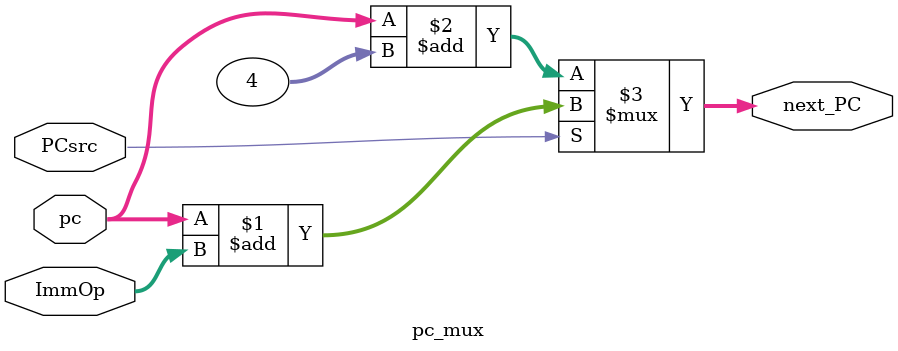
<source format=sv>
module pc_mux #(
    parameter WIDTH = 32
)(
    //input logic clk,
    input logic PCsrc,
    input logic [WIDTH-1:0] pc ,
    input logic [WIDTH-1:0] ImmOp,
    output logic [WIDTH-1:0] next_PC
);

    assign next_PC = PCsrc ? pc + ImmOp : pc + 32'd4;

endmodule

</source>
